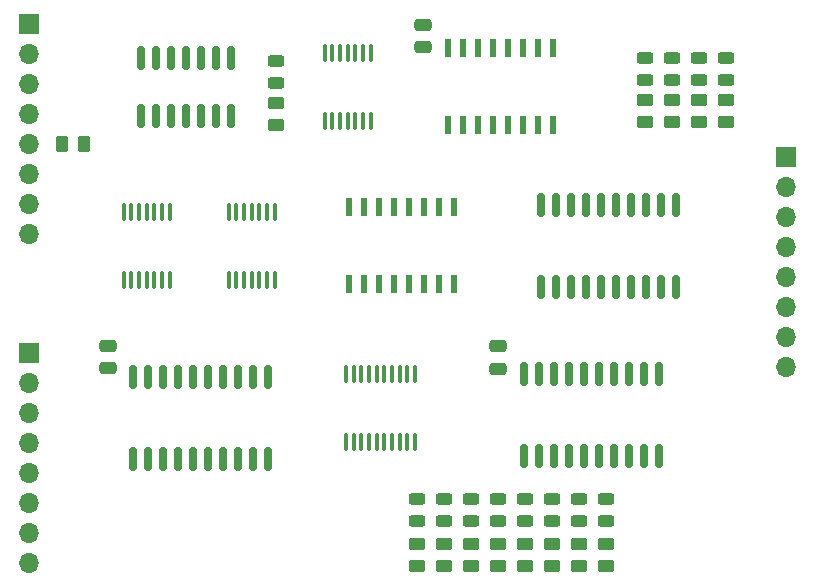
<source format=gbr>
%TF.GenerationSoftware,KiCad,Pcbnew,(6.0.0-0)*%
%TF.CreationDate,2022-02-14T21:23:05-05:00*%
%TF.ProjectId,new-interrupt-handler,6e65772d-696e-4746-9572-727570742d68,rev?*%
%TF.SameCoordinates,Original*%
%TF.FileFunction,Soldermask,Top*%
%TF.FilePolarity,Negative*%
%FSLAX46Y46*%
G04 Gerber Fmt 4.6, Leading zero omitted, Abs format (unit mm)*
G04 Created by KiCad (PCBNEW (6.0.0-0)) date 2022-02-14 21:23:05*
%MOMM*%
%LPD*%
G01*
G04 APERTURE LIST*
G04 Aperture macros list*
%AMRoundRect*
0 Rectangle with rounded corners*
0 $1 Rounding radius*
0 $2 $3 $4 $5 $6 $7 $8 $9 X,Y pos of 4 corners*
0 Add a 4 corners polygon primitive as box body*
4,1,4,$2,$3,$4,$5,$6,$7,$8,$9,$2,$3,0*
0 Add four circle primitives for the rounded corners*
1,1,$1+$1,$2,$3*
1,1,$1+$1,$4,$5*
1,1,$1+$1,$6,$7*
1,1,$1+$1,$8,$9*
0 Add four rect primitives between the rounded corners*
20,1,$1+$1,$2,$3,$4,$5,0*
20,1,$1+$1,$4,$5,$6,$7,0*
20,1,$1+$1,$6,$7,$8,$9,0*
20,1,$1+$1,$8,$9,$2,$3,0*%
G04 Aperture macros list end*
%ADD10RoundRect,0.150000X0.150000X-0.825000X0.150000X0.825000X-0.150000X0.825000X-0.150000X-0.825000X0*%
%ADD11RoundRect,0.250000X-0.450000X0.262500X-0.450000X-0.262500X0.450000X-0.262500X0.450000X0.262500X0*%
%ADD12RoundRect,0.137500X0.137500X-0.662500X0.137500X0.662500X-0.137500X0.662500X-0.137500X-0.662500X0*%
%ADD13RoundRect,0.150000X0.150000X-0.837500X0.150000X0.837500X-0.150000X0.837500X-0.150000X-0.837500X0*%
%ADD14RoundRect,0.243750X0.456250X-0.243750X0.456250X0.243750X-0.456250X0.243750X-0.456250X-0.243750X0*%
%ADD15RoundRect,0.100000X0.100000X-0.637500X0.100000X0.637500X-0.100000X0.637500X-0.100000X-0.637500X0*%
%ADD16RoundRect,0.250000X-0.262500X-0.450000X0.262500X-0.450000X0.262500X0.450000X-0.262500X0.450000X0*%
%ADD17RoundRect,0.250000X0.475000X-0.250000X0.475000X0.250000X-0.475000X0.250000X-0.475000X-0.250000X0*%
%ADD18R,1.700000X1.700000*%
%ADD19O,1.700000X1.700000*%
G04 APERTURE END LIST*
D10*
%TO.C,U5*%
X98044000Y-87819000D03*
X99314000Y-87819000D03*
X100584000Y-87819000D03*
X101854000Y-87819000D03*
X103124000Y-87819000D03*
X104394000Y-87819000D03*
X105664000Y-87819000D03*
X105664000Y-82869000D03*
X104394000Y-82869000D03*
X103124000Y-82869000D03*
X101854000Y-82869000D03*
X100584000Y-82869000D03*
X99314000Y-82869000D03*
X98044000Y-82869000D03*
%TD*%
D11*
%TO.C,R1*%
X109474000Y-86717500D03*
X109474000Y-88542500D03*
%TD*%
D12*
%TO.C,U6*%
X115697000Y-102056000D03*
X116967000Y-102056000D03*
X118237000Y-102056000D03*
X119507000Y-102056000D03*
X120777000Y-102056000D03*
X122047000Y-102056000D03*
X123317000Y-102056000D03*
X124587000Y-102056000D03*
X124587000Y-95556000D03*
X123317000Y-95556000D03*
X122047000Y-95556000D03*
X120777000Y-95556000D03*
X119507000Y-95556000D03*
X118237000Y-95556000D03*
X116967000Y-95556000D03*
X115697000Y-95556000D03*
%TD*%
D13*
%TO.C,U9*%
X130545000Y-116568500D03*
X131815000Y-116568500D03*
X133085000Y-116568500D03*
X134355000Y-116568500D03*
X135625000Y-116568500D03*
X136895000Y-116568500D03*
X138165000Y-116568500D03*
X139435000Y-116568500D03*
X140705000Y-116568500D03*
X141975000Y-116568500D03*
X141975000Y-109643500D03*
X140705000Y-109643500D03*
X139435000Y-109643500D03*
X138165000Y-109643500D03*
X136895000Y-109643500D03*
X135625000Y-109643500D03*
X134355000Y-109643500D03*
X133085000Y-109643500D03*
X131815000Y-109643500D03*
X130545000Y-109643500D03*
%TD*%
%TO.C,U3*%
X97417000Y-116872500D03*
X98687000Y-116872500D03*
X99957000Y-116872500D03*
X101227000Y-116872500D03*
X102497000Y-116872500D03*
X103767000Y-116872500D03*
X105037000Y-116872500D03*
X106307000Y-116872500D03*
X107577000Y-116872500D03*
X108847000Y-116872500D03*
X108847000Y-109947500D03*
X107577000Y-109947500D03*
X106307000Y-109947500D03*
X105037000Y-109947500D03*
X103767000Y-109947500D03*
X102497000Y-109947500D03*
X101227000Y-109947500D03*
X99957000Y-109947500D03*
X98687000Y-109947500D03*
X97417000Y-109947500D03*
%TD*%
D14*
%TO.C,D7*%
X123698000Y-122095500D03*
X123698000Y-120220500D03*
%TD*%
%TO.C,D1*%
X109474000Y-85011500D03*
X109474000Y-83136500D03*
%TD*%
D11*
%TO.C,R3*%
X145288000Y-86463500D03*
X145288000Y-88288500D03*
%TD*%
D15*
%TO.C,U4*%
X105492000Y-101668500D03*
X106142000Y-101668500D03*
X106792000Y-101668500D03*
X107442000Y-101668500D03*
X108092000Y-101668500D03*
X108742000Y-101668500D03*
X109392000Y-101668500D03*
X109392000Y-95943500D03*
X108742000Y-95943500D03*
X108092000Y-95943500D03*
X107442000Y-95943500D03*
X106792000Y-95943500D03*
X106142000Y-95943500D03*
X105492000Y-95943500D03*
%TD*%
D14*
%TO.C,D11*%
X132842000Y-122095500D03*
X132842000Y-120220500D03*
%TD*%
%TO.C,D13*%
X137414000Y-122095500D03*
X137414000Y-120220500D03*
%TD*%
D16*
%TO.C,R14*%
X91393000Y-90170000D03*
X93218000Y-90170000D03*
%TD*%
D11*
%TO.C,R12*%
X135128000Y-124055500D03*
X135128000Y-125880500D03*
%TD*%
D17*
%TO.C,C2*%
X128270000Y-109220000D03*
X128270000Y-107320000D03*
%TD*%
D11*
%TO.C,R2*%
X147574000Y-86463500D03*
X147574000Y-88288500D03*
%TD*%
D14*
%TO.C,D6*%
X121412000Y-122095500D03*
X121412000Y-120220500D03*
%TD*%
%TO.C,D10*%
X130556000Y-122095500D03*
X130556000Y-120220500D03*
%TD*%
%TO.C,D3*%
X145288000Y-84757500D03*
X145288000Y-82882500D03*
%TD*%
D15*
%TO.C,U10*%
X115439000Y-115384500D03*
X116089000Y-115384500D03*
X116739000Y-115384500D03*
X117389000Y-115384500D03*
X118039000Y-115384500D03*
X118689000Y-115384500D03*
X119339000Y-115384500D03*
X119989000Y-115384500D03*
X120639000Y-115384500D03*
X121289000Y-115384500D03*
X121289000Y-109659500D03*
X120639000Y-109659500D03*
X119989000Y-109659500D03*
X119339000Y-109659500D03*
X118689000Y-109659500D03*
X118039000Y-109659500D03*
X117389000Y-109659500D03*
X116739000Y-109659500D03*
X116089000Y-109659500D03*
X115439000Y-109659500D03*
%TD*%
D11*
%TO.C,R10*%
X130556000Y-124055500D03*
X130556000Y-125880500D03*
%TD*%
%TO.C,R7*%
X123698000Y-124055500D03*
X123698000Y-125880500D03*
%TD*%
%TO.C,R9*%
X128270000Y-124055500D03*
X128270000Y-125880500D03*
%TD*%
%TO.C,R6*%
X121412000Y-124055500D03*
X121412000Y-125880500D03*
%TD*%
D14*
%TO.C,D5*%
X140716000Y-84757500D03*
X140716000Y-82882500D03*
%TD*%
D17*
%TO.C,C3*%
X121920000Y-81976000D03*
X121920000Y-80076000D03*
%TD*%
D13*
%TO.C,U7*%
X131965000Y-102258500D03*
X133235000Y-102258500D03*
X134505000Y-102258500D03*
X135775000Y-102258500D03*
X137045000Y-102258500D03*
X138315000Y-102258500D03*
X139585000Y-102258500D03*
X140855000Y-102258500D03*
X142125000Y-102258500D03*
X143395000Y-102258500D03*
X143395000Y-95333500D03*
X142125000Y-95333500D03*
X140855000Y-95333500D03*
X139585000Y-95333500D03*
X138315000Y-95333500D03*
X137045000Y-95333500D03*
X135775000Y-95333500D03*
X134505000Y-95333500D03*
X133235000Y-95333500D03*
X131965000Y-95333500D03*
%TD*%
D17*
%TO.C,C1*%
X95250000Y-109154000D03*
X95250000Y-107254000D03*
%TD*%
D14*
%TO.C,D12*%
X135128000Y-122095500D03*
X135128000Y-120220500D03*
%TD*%
%TO.C,D4*%
X143002000Y-84757500D03*
X143002000Y-82882500D03*
%TD*%
D15*
%TO.C,U2*%
X96602000Y-101668500D03*
X97252000Y-101668500D03*
X97902000Y-101668500D03*
X98552000Y-101668500D03*
X99202000Y-101668500D03*
X99852000Y-101668500D03*
X100502000Y-101668500D03*
X100502000Y-95943500D03*
X99852000Y-95943500D03*
X99202000Y-95943500D03*
X98552000Y-95943500D03*
X97902000Y-95943500D03*
X97252000Y-95943500D03*
X96602000Y-95943500D03*
%TD*%
D11*
%TO.C,R5*%
X140716000Y-86463500D03*
X140716000Y-88288500D03*
%TD*%
D14*
%TO.C,D8*%
X125984000Y-122095500D03*
X125984000Y-120220500D03*
%TD*%
D11*
%TO.C,R11*%
X132842000Y-124055500D03*
X132842000Y-125880500D03*
%TD*%
%TO.C,R4*%
X143002000Y-86463500D03*
X143002000Y-88288500D03*
%TD*%
D15*
%TO.C,U1*%
X113620000Y-88206500D03*
X114270000Y-88206500D03*
X114920000Y-88206500D03*
X115570000Y-88206500D03*
X116220000Y-88206500D03*
X116870000Y-88206500D03*
X117520000Y-88206500D03*
X117520000Y-82481500D03*
X116870000Y-82481500D03*
X116220000Y-82481500D03*
X115570000Y-82481500D03*
X114920000Y-82481500D03*
X114270000Y-82481500D03*
X113620000Y-82481500D03*
%TD*%
D11*
%TO.C,R13*%
X137414000Y-124055500D03*
X137414000Y-125880500D03*
%TD*%
D14*
%TO.C,D2*%
X147574000Y-84757500D03*
X147574000Y-82882500D03*
%TD*%
%TO.C,D9*%
X128270000Y-122095500D03*
X128270000Y-120220500D03*
%TD*%
D12*
%TO.C,U8*%
X124079000Y-88594000D03*
X125349000Y-88594000D03*
X126619000Y-88594000D03*
X127889000Y-88594000D03*
X129159000Y-88594000D03*
X130429000Y-88594000D03*
X131699000Y-88594000D03*
X132969000Y-88594000D03*
X132969000Y-82094000D03*
X131699000Y-82094000D03*
X130429000Y-82094000D03*
X129159000Y-82094000D03*
X127889000Y-82094000D03*
X126619000Y-82094000D03*
X125349000Y-82094000D03*
X124079000Y-82094000D03*
%TD*%
D11*
%TO.C,R8*%
X125984000Y-124055500D03*
X125984000Y-125880500D03*
%TD*%
D18*
%TO.C,J3*%
X152714000Y-91325000D03*
D19*
X152714000Y-93865000D03*
X152714000Y-96405000D03*
X152714000Y-98945000D03*
X152714000Y-101485000D03*
X152714000Y-104025000D03*
X152714000Y-106565000D03*
X152714000Y-109105000D03*
%TD*%
D18*
%TO.C,J1*%
X88636000Y-80010000D03*
D19*
X88636000Y-82550000D03*
X88636000Y-85090000D03*
X88636000Y-87630000D03*
X88636000Y-90170000D03*
X88636000Y-92710000D03*
X88636000Y-95250000D03*
X88636000Y-97790000D03*
%TD*%
D18*
%TO.C,J2*%
X88636000Y-107885000D03*
D19*
X88636000Y-110425000D03*
X88636000Y-112965000D03*
X88636000Y-115505000D03*
X88636000Y-118045000D03*
X88636000Y-120585000D03*
X88636000Y-123125000D03*
X88636000Y-125665000D03*
%TD*%
M02*

</source>
